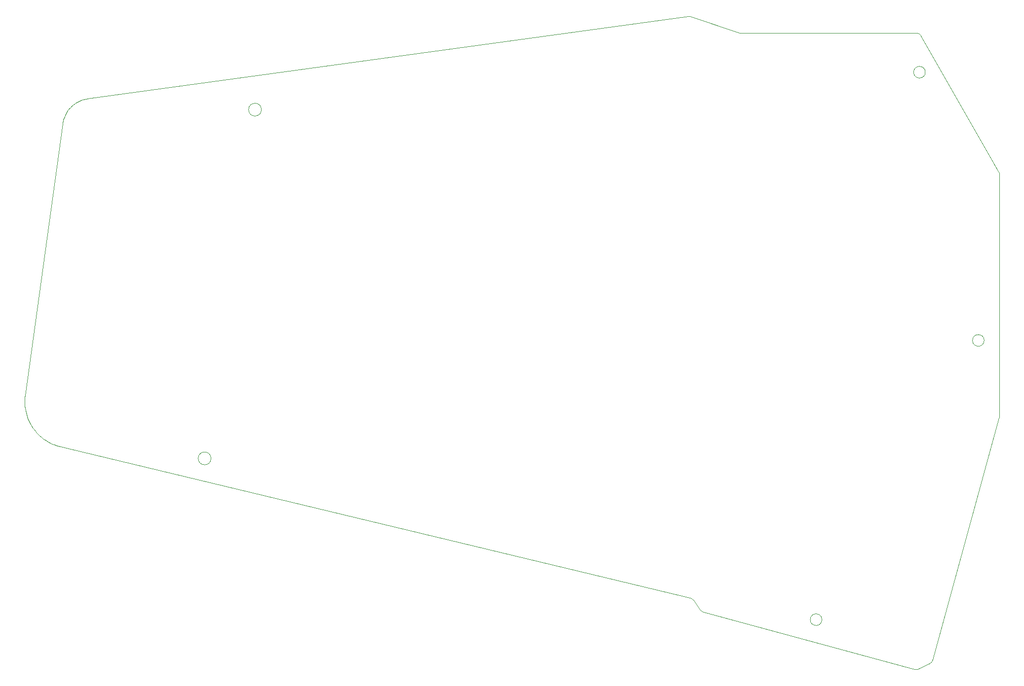
<source format=gbr>
%TF.GenerationSoftware,KiCad,Pcbnew,(6.0.5)*%
%TF.CreationDate,2022-08-06T10:04:54+09:00*%
%TF.ProjectId,ergotonic_f24_bottom,6572676f-746f-46e6-9963-5f6632345f62,rev?*%
%TF.SameCoordinates,Original*%
%TF.FileFunction,Profile,NP*%
%FSLAX46Y46*%
G04 Gerber Fmt 4.6, Leading zero omitted, Abs format (unit mm)*
G04 Created by KiCad (PCBNEW (6.0.5)) date 2022-08-06 10:04:54*
%MOMM*%
%LPD*%
G01*
G04 APERTURE LIST*
%ADD10C,0.090000*%
%TA.AperFunction,Profile*%
%ADD11C,0.090000*%
%TD*%
G04 APERTURE END LIST*
D10*
X-55285321Y-1369124D02*
X-158422544Y-15488223D01*
D11*
X-32420324Y-104992094D02*
G75*
G03*
X-32420324Y-104992094I-1000000J0D01*
G01*
D10*
X-2035772Y-70375183D02*
X-2015445Y-70285224D01*
X-2003502Y-70193864D01*
X-1999986Y-70110083D01*
X-16276935Y-4182927D02*
X-46474144Y-4182927D01*
X-13956405Y-112478966D02*
X-13864276Y-112426731D01*
X-13778879Y-112365593D01*
X-13700764Y-112296221D01*
X-13630482Y-112219286D01*
X-13568583Y-112135457D01*
X-13515618Y-112045404D01*
X-13472138Y-111949798D01*
X-13438693Y-111849310D01*
X-54829276Y-1412597D02*
X-54926723Y-1385049D01*
X-55026126Y-1367540D01*
X-55126714Y-1360143D01*
X-55227716Y-1362930D01*
X-55285321Y-1369124D01*
X-158422544Y-15488223D02*
X-158629381Y-15520925D01*
X-158833264Y-15561898D01*
X-159034015Y-15610963D01*
X-159231458Y-15667945D01*
X-159425414Y-15732666D01*
X-159615708Y-15804949D01*
X-159802161Y-15884617D01*
X-159984598Y-15971493D01*
X-160162840Y-16065401D01*
X-160336711Y-16166163D01*
X-160506033Y-16273604D01*
X-160670630Y-16387544D01*
X-160830325Y-16507809D01*
X-160984940Y-16634220D01*
X-161134299Y-16766602D01*
X-161278223Y-16904776D01*
X-161416537Y-17048567D01*
X-161549063Y-17197797D01*
X-161675624Y-17352289D01*
X-161796043Y-17511867D01*
X-161910143Y-17676353D01*
X-162017747Y-17845571D01*
X-162118678Y-18019343D01*
X-162212758Y-18197493D01*
X-162299811Y-18379844D01*
X-162379660Y-18566219D01*
X-162452127Y-18756441D01*
X-162517035Y-18950333D01*
X-162574207Y-19147719D01*
X-162623467Y-19348420D01*
X-162664637Y-19552261D01*
X-162697541Y-19759065D01*
X-1999986Y-29164930D02*
X-1999986Y-28455412D01*
D11*
X-14684000Y-10941762D02*
G75*
G03*
X-14684000Y-10941762I-1000000J0D01*
G01*
D10*
X-163072626Y-75283303D02*
X-55094204Y-101206592D01*
X-16580965Y-113505410D02*
X-16491528Y-113525342D01*
X-16401214Y-113536958D01*
X-16310585Y-113540312D01*
X-16220204Y-113535460D01*
X-16130632Y-113522458D01*
X-16042431Y-113501361D01*
X-15956165Y-113472226D01*
X-15872395Y-113435109D01*
X-2131394Y-27959878D02*
X-15408340Y-4687397D01*
X-55094204Y-101206592D02*
X-54987859Y-101238453D01*
X-54886367Y-101281584D01*
X-54790568Y-101335423D01*
X-54701301Y-101399406D01*
X-54619408Y-101472974D01*
X-54545728Y-101555563D01*
X-54518744Y-101591000D01*
X-46794538Y-4130196D02*
X-54829276Y-1412597D01*
D11*
X-128582294Y-17371000D02*
G75*
G03*
X-128582294Y-17371000I-1100000J0D01*
G01*
D10*
X-13438693Y-111849310D02*
X-2035772Y-70375183D01*
X-15872395Y-113435109D02*
X-13956405Y-112478966D01*
X-52718143Y-103693003D02*
X-16580965Y-113505410D01*
X-46474144Y-4182927D02*
X-46565806Y-4178716D01*
X-46656554Y-4166147D01*
X-46745809Y-4145310D01*
X-46794538Y-4130196D01*
X-1999986Y-28455412D02*
X-2004734Y-28358085D01*
X-2018860Y-28262056D01*
X-2042187Y-28167990D01*
X-2074535Y-28076553D01*
X-2115728Y-27988411D01*
X-2131394Y-27959878D01*
D11*
X-137230516Y-77292745D02*
G75*
G03*
X-137230516Y-77292745I-1100000J0D01*
G01*
D10*
X-15408340Y-4687397D02*
X-15462336Y-4602874D01*
X-15523808Y-4525009D01*
X-15592133Y-4454164D01*
X-15666687Y-4390700D01*
X-15746848Y-4334978D01*
X-15831993Y-4287360D01*
X-15921499Y-4248209D01*
X-16014744Y-4217885D01*
X-16111103Y-4196749D01*
X-16209956Y-4185165D01*
X-16276935Y-4182927D01*
X-162697541Y-19759065D02*
X-169130094Y-66411622D01*
X-54518744Y-101591000D02*
X-53265009Y-103315894D01*
D11*
X-4586736Y-57018427D02*
G75*
G03*
X-4586736Y-57018427I-1000000J0D01*
G01*
D10*
X-53265009Y-103315894D02*
X-53198005Y-103398468D01*
X-53123099Y-103473023D01*
X-53041021Y-103539052D01*
X-52952501Y-103596053D01*
X-52858270Y-103643522D01*
X-52759058Y-103680953D01*
X-52718143Y-103693003D01*
X-169130094Y-66411622D02*
X-169173499Y-66792850D01*
X-169198593Y-67172200D01*
X-169205706Y-67549190D01*
X-169195166Y-67923335D01*
X-169167304Y-68294154D01*
X-169122450Y-68661162D01*
X-169060933Y-69023877D01*
X-168983084Y-69381815D01*
X-168889232Y-69734494D01*
X-168779708Y-70081431D01*
X-168654841Y-70422141D01*
X-168514960Y-70756143D01*
X-168360397Y-71082953D01*
X-168191480Y-71402087D01*
X-168008540Y-71713063D01*
X-167811906Y-72015398D01*
X-167601909Y-72308608D01*
X-167378878Y-72592211D01*
X-167143143Y-72865723D01*
X-166895034Y-73128661D01*
X-166634881Y-73380542D01*
X-166363013Y-73620883D01*
X-166079761Y-73849201D01*
X-165785455Y-74065013D01*
X-165480424Y-74267835D01*
X-165164998Y-74457184D01*
X-164839507Y-74632578D01*
X-164504282Y-74793533D01*
X-164159651Y-74939566D01*
X-163805944Y-75070194D01*
X-163443493Y-75184934D01*
X-163072626Y-75283303D01*
X-1999986Y-70110083D02*
X-1999986Y-29164930D01*
M02*

</source>
